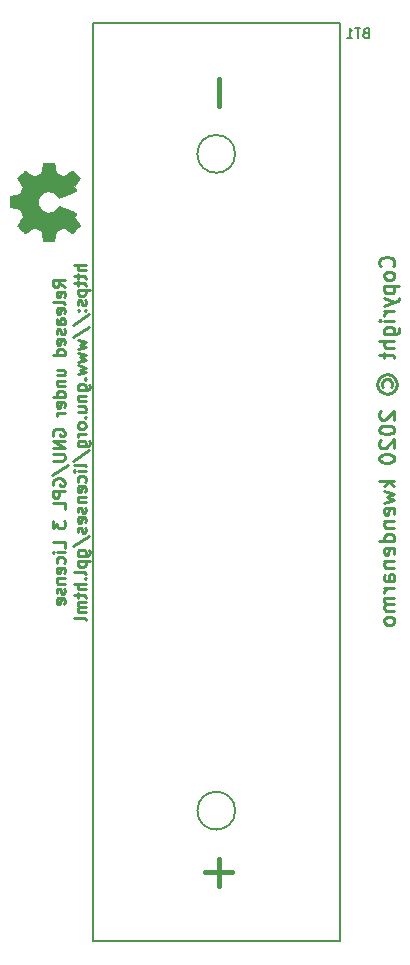
<source format=gbo>
G04 #@! TF.FileFunction,Legend,Bot*
%FSLAX46Y46*%
G04 Gerber Fmt 4.6, Leading zero omitted, Abs format (unit mm)*
G04 Created by KiCad (PCBNEW 4.0.7-e2-6376~61~ubuntu18.04.1) date Fri Jan 24 00:19:11 2020*
%MOMM*%
%LPD*%
G01*
G04 APERTURE LIST*
%ADD10C,0.100000*%
%ADD11C,0.254000*%
%ADD12C,0.150000*%
%ADD13C,0.010000*%
%ADD14C,0.152400*%
%ADD15C,0.400000*%
G04 APERTURE END LIST*
D10*
D11*
X33953571Y-21713571D02*
X34014048Y-21653095D01*
X34074524Y-21471666D01*
X34074524Y-21350714D01*
X34014048Y-21169286D01*
X33893095Y-21048333D01*
X33772143Y-20987857D01*
X33530238Y-20927381D01*
X33348810Y-20927381D01*
X33106905Y-20987857D01*
X32985952Y-21048333D01*
X32865000Y-21169286D01*
X32804524Y-21350714D01*
X32804524Y-21471666D01*
X32865000Y-21653095D01*
X32925476Y-21713571D01*
X34074524Y-22439286D02*
X34014048Y-22318333D01*
X33953571Y-22257857D01*
X33832619Y-22197381D01*
X33469762Y-22197381D01*
X33348810Y-22257857D01*
X33288333Y-22318333D01*
X33227857Y-22439286D01*
X33227857Y-22620714D01*
X33288333Y-22741666D01*
X33348810Y-22802143D01*
X33469762Y-22862619D01*
X33832619Y-22862619D01*
X33953571Y-22802143D01*
X34014048Y-22741666D01*
X34074524Y-22620714D01*
X34074524Y-22439286D01*
X33227857Y-23406905D02*
X34497857Y-23406905D01*
X33288333Y-23406905D02*
X33227857Y-23527857D01*
X33227857Y-23769762D01*
X33288333Y-23890714D01*
X33348810Y-23951191D01*
X33469762Y-24011667D01*
X33832619Y-24011667D01*
X33953571Y-23951191D01*
X34014048Y-23890714D01*
X34074524Y-23769762D01*
X34074524Y-23527857D01*
X34014048Y-23406905D01*
X33227857Y-24435001D02*
X34074524Y-24737382D01*
X33227857Y-25039762D02*
X34074524Y-24737382D01*
X34376905Y-24616429D01*
X34437381Y-24555953D01*
X34497857Y-24435001D01*
X34074524Y-25523572D02*
X33227857Y-25523572D01*
X33469762Y-25523572D02*
X33348810Y-25584048D01*
X33288333Y-25644524D01*
X33227857Y-25765477D01*
X33227857Y-25886429D01*
X34074524Y-26309762D02*
X33227857Y-26309762D01*
X32804524Y-26309762D02*
X32865000Y-26249286D01*
X32925476Y-26309762D01*
X32865000Y-26370238D01*
X32804524Y-26309762D01*
X32925476Y-26309762D01*
X33227857Y-27458810D02*
X34255952Y-27458810D01*
X34376905Y-27398333D01*
X34437381Y-27337857D01*
X34497857Y-27216905D01*
X34497857Y-27035476D01*
X34437381Y-26914524D01*
X34014048Y-27458810D02*
X34074524Y-27337857D01*
X34074524Y-27095953D01*
X34014048Y-26975000D01*
X33953571Y-26914524D01*
X33832619Y-26854048D01*
X33469762Y-26854048D01*
X33348810Y-26914524D01*
X33288333Y-26975000D01*
X33227857Y-27095953D01*
X33227857Y-27337857D01*
X33288333Y-27458810D01*
X34074524Y-28063572D02*
X32804524Y-28063572D01*
X34074524Y-28607858D02*
X33409286Y-28607858D01*
X33288333Y-28547381D01*
X33227857Y-28426429D01*
X33227857Y-28245001D01*
X33288333Y-28124048D01*
X33348810Y-28063572D01*
X33227857Y-29031191D02*
X33227857Y-29515001D01*
X32804524Y-29212620D02*
X33893095Y-29212620D01*
X34014048Y-29273096D01*
X34074524Y-29394049D01*
X34074524Y-29515001D01*
X33106905Y-31934048D02*
X33046429Y-31813096D01*
X33046429Y-31571191D01*
X33106905Y-31450239D01*
X33227857Y-31329286D01*
X33348810Y-31268810D01*
X33590714Y-31268810D01*
X33711667Y-31329286D01*
X33832619Y-31450239D01*
X33893095Y-31571191D01*
X33893095Y-31813096D01*
X33832619Y-31934048D01*
X32623095Y-31692143D02*
X32683571Y-31389762D01*
X32865000Y-31087382D01*
X33167381Y-30905953D01*
X33469762Y-30845477D01*
X33772143Y-30905953D01*
X34074524Y-31087382D01*
X34255952Y-31389762D01*
X34316429Y-31692143D01*
X34255952Y-31994524D01*
X34074524Y-32296905D01*
X33772143Y-32478334D01*
X33469762Y-32538810D01*
X33167381Y-32478334D01*
X32865000Y-32296905D01*
X32683571Y-31994524D01*
X32623095Y-31692143D01*
X32925476Y-33990239D02*
X32865000Y-34050715D01*
X32804524Y-34171667D01*
X32804524Y-34474048D01*
X32865000Y-34595001D01*
X32925476Y-34655477D01*
X33046429Y-34715953D01*
X33167381Y-34715953D01*
X33348810Y-34655477D01*
X34074524Y-33929763D01*
X34074524Y-34715953D01*
X32804524Y-35502144D02*
X32804524Y-35623096D01*
X32865000Y-35744048D01*
X32925476Y-35804525D01*
X33046429Y-35865001D01*
X33288333Y-35925477D01*
X33590714Y-35925477D01*
X33832619Y-35865001D01*
X33953571Y-35804525D01*
X34014048Y-35744048D01*
X34074524Y-35623096D01*
X34074524Y-35502144D01*
X34014048Y-35381191D01*
X33953571Y-35320715D01*
X33832619Y-35260239D01*
X33590714Y-35199763D01*
X33288333Y-35199763D01*
X33046429Y-35260239D01*
X32925476Y-35320715D01*
X32865000Y-35381191D01*
X32804524Y-35502144D01*
X32925476Y-36409287D02*
X32865000Y-36469763D01*
X32804524Y-36590715D01*
X32804524Y-36893096D01*
X32865000Y-37014049D01*
X32925476Y-37074525D01*
X33046429Y-37135001D01*
X33167381Y-37135001D01*
X33348810Y-37074525D01*
X34074524Y-36348811D01*
X34074524Y-37135001D01*
X32804524Y-37921192D02*
X32804524Y-38042144D01*
X32865000Y-38163096D01*
X32925476Y-38223573D01*
X33046429Y-38284049D01*
X33288333Y-38344525D01*
X33590714Y-38344525D01*
X33832619Y-38284049D01*
X33953571Y-38223573D01*
X34014048Y-38163096D01*
X34074524Y-38042144D01*
X34074524Y-37921192D01*
X34014048Y-37800239D01*
X33953571Y-37739763D01*
X33832619Y-37679287D01*
X33590714Y-37618811D01*
X33288333Y-37618811D01*
X33046429Y-37679287D01*
X32925476Y-37739763D01*
X32865000Y-37800239D01*
X32804524Y-37921192D01*
X34074524Y-39856430D02*
X32804524Y-39856430D01*
X33590714Y-39977382D02*
X34074524Y-40340239D01*
X33227857Y-40340239D02*
X33711667Y-39856430D01*
X33227857Y-40763573D02*
X34074524Y-41005477D01*
X33469762Y-41247382D01*
X34074524Y-41489287D01*
X33227857Y-41731192D01*
X34014048Y-42698810D02*
X34074524Y-42577858D01*
X34074524Y-42335953D01*
X34014048Y-42215001D01*
X33893095Y-42154525D01*
X33409286Y-42154525D01*
X33288333Y-42215001D01*
X33227857Y-42335953D01*
X33227857Y-42577858D01*
X33288333Y-42698810D01*
X33409286Y-42759287D01*
X33530238Y-42759287D01*
X33651190Y-42154525D01*
X33227857Y-43303572D02*
X34074524Y-43303572D01*
X33348810Y-43303572D02*
X33288333Y-43364048D01*
X33227857Y-43485001D01*
X33227857Y-43666429D01*
X33288333Y-43787381D01*
X33409286Y-43847858D01*
X34074524Y-43847858D01*
X34074524Y-44996906D02*
X32804524Y-44996906D01*
X34014048Y-44996906D02*
X34074524Y-44875953D01*
X34074524Y-44634049D01*
X34014048Y-44513096D01*
X33953571Y-44452620D01*
X33832619Y-44392144D01*
X33469762Y-44392144D01*
X33348810Y-44452620D01*
X33288333Y-44513096D01*
X33227857Y-44634049D01*
X33227857Y-44875953D01*
X33288333Y-44996906D01*
X34014048Y-46085477D02*
X34074524Y-45964525D01*
X34074524Y-45722620D01*
X34014048Y-45601668D01*
X33893095Y-45541192D01*
X33409286Y-45541192D01*
X33288333Y-45601668D01*
X33227857Y-45722620D01*
X33227857Y-45964525D01*
X33288333Y-46085477D01*
X33409286Y-46145954D01*
X33530238Y-46145954D01*
X33651190Y-45541192D01*
X33227857Y-46690239D02*
X34074524Y-46690239D01*
X33348810Y-46690239D02*
X33288333Y-46750715D01*
X33227857Y-46871668D01*
X33227857Y-47053096D01*
X33288333Y-47174048D01*
X33409286Y-47234525D01*
X34074524Y-47234525D01*
X34074524Y-48383573D02*
X33409286Y-48383573D01*
X33288333Y-48323096D01*
X33227857Y-48202144D01*
X33227857Y-47960239D01*
X33288333Y-47839287D01*
X34014048Y-48383573D02*
X34074524Y-48262620D01*
X34074524Y-47960239D01*
X34014048Y-47839287D01*
X33893095Y-47778811D01*
X33772143Y-47778811D01*
X33651190Y-47839287D01*
X33590714Y-47960239D01*
X33590714Y-48262620D01*
X33530238Y-48383573D01*
X34074524Y-48988335D02*
X33227857Y-48988335D01*
X33469762Y-48988335D02*
X33348810Y-49048811D01*
X33288333Y-49109287D01*
X33227857Y-49230240D01*
X33227857Y-49351192D01*
X34074524Y-49774525D02*
X33227857Y-49774525D01*
X33348810Y-49774525D02*
X33288333Y-49835001D01*
X33227857Y-49955954D01*
X33227857Y-50137382D01*
X33288333Y-50258334D01*
X33409286Y-50318811D01*
X34074524Y-50318811D01*
X33409286Y-50318811D02*
X33288333Y-50379287D01*
X33227857Y-50500239D01*
X33227857Y-50681668D01*
X33288333Y-50802620D01*
X33409286Y-50863096D01*
X34074524Y-50863096D01*
X34074524Y-51649287D02*
X34014048Y-51528334D01*
X33953571Y-51467858D01*
X33832619Y-51407382D01*
X33469762Y-51407382D01*
X33348810Y-51467858D01*
X33288333Y-51528334D01*
X33227857Y-51649287D01*
X33227857Y-51830715D01*
X33288333Y-51951667D01*
X33348810Y-52012144D01*
X33469762Y-52072620D01*
X33832619Y-52072620D01*
X33953571Y-52012144D01*
X34014048Y-51951667D01*
X34074524Y-51830715D01*
X34074524Y-51649287D01*
X6174619Y-23464764D02*
X5690810Y-23126098D01*
X6174619Y-22884193D02*
X5158619Y-22884193D01*
X5158619Y-23271240D01*
X5207000Y-23368002D01*
X5255381Y-23416383D01*
X5352143Y-23464764D01*
X5497286Y-23464764D01*
X5594048Y-23416383D01*
X5642429Y-23368002D01*
X5690810Y-23271240D01*
X5690810Y-22884193D01*
X6126238Y-24287240D02*
X6174619Y-24190478D01*
X6174619Y-23996955D01*
X6126238Y-23900193D01*
X6029476Y-23851812D01*
X5642429Y-23851812D01*
X5545667Y-23900193D01*
X5497286Y-23996955D01*
X5497286Y-24190478D01*
X5545667Y-24287240D01*
X5642429Y-24335621D01*
X5739190Y-24335621D01*
X5835952Y-23851812D01*
X6174619Y-24916193D02*
X6126238Y-24819431D01*
X6029476Y-24771050D01*
X5158619Y-24771050D01*
X6126238Y-25690287D02*
X6174619Y-25593525D01*
X6174619Y-25400002D01*
X6126238Y-25303240D01*
X6029476Y-25254859D01*
X5642429Y-25254859D01*
X5545667Y-25303240D01*
X5497286Y-25400002D01*
X5497286Y-25593525D01*
X5545667Y-25690287D01*
X5642429Y-25738668D01*
X5739190Y-25738668D01*
X5835952Y-25254859D01*
X6174619Y-26609525D02*
X5642429Y-26609525D01*
X5545667Y-26561144D01*
X5497286Y-26464382D01*
X5497286Y-26270859D01*
X5545667Y-26174097D01*
X6126238Y-26609525D02*
X6174619Y-26512763D01*
X6174619Y-26270859D01*
X6126238Y-26174097D01*
X6029476Y-26125716D01*
X5932714Y-26125716D01*
X5835952Y-26174097D01*
X5787571Y-26270859D01*
X5787571Y-26512763D01*
X5739190Y-26609525D01*
X6126238Y-27044954D02*
X6174619Y-27141716D01*
X6174619Y-27335240D01*
X6126238Y-27432001D01*
X6029476Y-27480382D01*
X5981095Y-27480382D01*
X5884333Y-27432001D01*
X5835952Y-27335240D01*
X5835952Y-27190097D01*
X5787571Y-27093335D01*
X5690810Y-27044954D01*
X5642429Y-27044954D01*
X5545667Y-27093335D01*
X5497286Y-27190097D01*
X5497286Y-27335240D01*
X5545667Y-27432001D01*
X6126238Y-28302858D02*
X6174619Y-28206096D01*
X6174619Y-28012573D01*
X6126238Y-27915811D01*
X6029476Y-27867430D01*
X5642429Y-27867430D01*
X5545667Y-27915811D01*
X5497286Y-28012573D01*
X5497286Y-28206096D01*
X5545667Y-28302858D01*
X5642429Y-28351239D01*
X5739190Y-28351239D01*
X5835952Y-27867430D01*
X6174619Y-29222096D02*
X5158619Y-29222096D01*
X6126238Y-29222096D02*
X6174619Y-29125334D01*
X6174619Y-28931811D01*
X6126238Y-28835049D01*
X6077857Y-28786668D01*
X5981095Y-28738287D01*
X5690810Y-28738287D01*
X5594048Y-28786668D01*
X5545667Y-28835049D01*
X5497286Y-28931811D01*
X5497286Y-29125334D01*
X5545667Y-29222096D01*
X5497286Y-30915429D02*
X6174619Y-30915429D01*
X5497286Y-30480001D02*
X6029476Y-30480001D01*
X6126238Y-30528382D01*
X6174619Y-30625144D01*
X6174619Y-30770286D01*
X6126238Y-30867048D01*
X6077857Y-30915429D01*
X5497286Y-31399239D02*
X6174619Y-31399239D01*
X5594048Y-31399239D02*
X5545667Y-31447620D01*
X5497286Y-31544382D01*
X5497286Y-31689524D01*
X5545667Y-31786286D01*
X5642429Y-31834667D01*
X6174619Y-31834667D01*
X6174619Y-32753905D02*
X5158619Y-32753905D01*
X6126238Y-32753905D02*
X6174619Y-32657143D01*
X6174619Y-32463620D01*
X6126238Y-32366858D01*
X6077857Y-32318477D01*
X5981095Y-32270096D01*
X5690810Y-32270096D01*
X5594048Y-32318477D01*
X5545667Y-32366858D01*
X5497286Y-32463620D01*
X5497286Y-32657143D01*
X5545667Y-32753905D01*
X6126238Y-33624762D02*
X6174619Y-33528000D01*
X6174619Y-33334477D01*
X6126238Y-33237715D01*
X6029476Y-33189334D01*
X5642429Y-33189334D01*
X5545667Y-33237715D01*
X5497286Y-33334477D01*
X5497286Y-33528000D01*
X5545667Y-33624762D01*
X5642429Y-33673143D01*
X5739190Y-33673143D01*
X5835952Y-33189334D01*
X6174619Y-34108572D02*
X5497286Y-34108572D01*
X5690810Y-34108572D02*
X5594048Y-34156953D01*
X5545667Y-34205334D01*
X5497286Y-34302096D01*
X5497286Y-34398857D01*
X5207000Y-36043809D02*
X5158619Y-35947047D01*
X5158619Y-35801904D01*
X5207000Y-35656762D01*
X5303762Y-35560000D01*
X5400524Y-35511619D01*
X5594048Y-35463238D01*
X5739190Y-35463238D01*
X5932714Y-35511619D01*
X6029476Y-35560000D01*
X6126238Y-35656762D01*
X6174619Y-35801904D01*
X6174619Y-35898666D01*
X6126238Y-36043809D01*
X6077857Y-36092190D01*
X5739190Y-36092190D01*
X5739190Y-35898666D01*
X6174619Y-36527619D02*
X5158619Y-36527619D01*
X6174619Y-37108190D01*
X5158619Y-37108190D01*
X5158619Y-37592000D02*
X5981095Y-37592000D01*
X6077857Y-37640381D01*
X6126238Y-37688762D01*
X6174619Y-37785524D01*
X6174619Y-37979047D01*
X6126238Y-38075809D01*
X6077857Y-38124190D01*
X5981095Y-38172571D01*
X5158619Y-38172571D01*
X5110238Y-39382095D02*
X6416524Y-38511238D01*
X5207000Y-40252952D02*
X5158619Y-40156190D01*
X5158619Y-40011047D01*
X5207000Y-39865905D01*
X5303762Y-39769143D01*
X5400524Y-39720762D01*
X5594048Y-39672381D01*
X5739190Y-39672381D01*
X5932714Y-39720762D01*
X6029476Y-39769143D01*
X6126238Y-39865905D01*
X6174619Y-40011047D01*
X6174619Y-40107809D01*
X6126238Y-40252952D01*
X6077857Y-40301333D01*
X5739190Y-40301333D01*
X5739190Y-40107809D01*
X6174619Y-40736762D02*
X5158619Y-40736762D01*
X5158619Y-41123809D01*
X5207000Y-41220571D01*
X5255381Y-41268952D01*
X5352143Y-41317333D01*
X5497286Y-41317333D01*
X5594048Y-41268952D01*
X5642429Y-41220571D01*
X5690810Y-41123809D01*
X5690810Y-40736762D01*
X6174619Y-42236571D02*
X6174619Y-41752762D01*
X5158619Y-41752762D01*
X5158619Y-43252571D02*
X5158619Y-43881523D01*
X5545667Y-43542857D01*
X5545667Y-43687999D01*
X5594048Y-43784761D01*
X5642429Y-43833142D01*
X5739190Y-43881523D01*
X5981095Y-43881523D01*
X6077857Y-43833142D01*
X6126238Y-43784761D01*
X6174619Y-43687999D01*
X6174619Y-43397714D01*
X6126238Y-43300952D01*
X6077857Y-43252571D01*
X6174619Y-45574856D02*
X6174619Y-45091047D01*
X5158619Y-45091047D01*
X6174619Y-45913523D02*
X5497286Y-45913523D01*
X5158619Y-45913523D02*
X5207000Y-45865142D01*
X5255381Y-45913523D01*
X5207000Y-45961904D01*
X5158619Y-45913523D01*
X5255381Y-45913523D01*
X6126238Y-46832761D02*
X6174619Y-46735999D01*
X6174619Y-46542476D01*
X6126238Y-46445714D01*
X6077857Y-46397333D01*
X5981095Y-46348952D01*
X5690810Y-46348952D01*
X5594048Y-46397333D01*
X5545667Y-46445714D01*
X5497286Y-46542476D01*
X5497286Y-46735999D01*
X5545667Y-46832761D01*
X6126238Y-47655237D02*
X6174619Y-47558475D01*
X6174619Y-47364952D01*
X6126238Y-47268190D01*
X6029476Y-47219809D01*
X5642429Y-47219809D01*
X5545667Y-47268190D01*
X5497286Y-47364952D01*
X5497286Y-47558475D01*
X5545667Y-47655237D01*
X5642429Y-47703618D01*
X5739190Y-47703618D01*
X5835952Y-47219809D01*
X5497286Y-48139047D02*
X6174619Y-48139047D01*
X5594048Y-48139047D02*
X5545667Y-48187428D01*
X5497286Y-48284190D01*
X5497286Y-48429332D01*
X5545667Y-48526094D01*
X5642429Y-48574475D01*
X6174619Y-48574475D01*
X6126238Y-49009904D02*
X6174619Y-49106666D01*
X6174619Y-49300190D01*
X6126238Y-49396951D01*
X6029476Y-49445332D01*
X5981095Y-49445332D01*
X5884333Y-49396951D01*
X5835952Y-49300190D01*
X5835952Y-49155047D01*
X5787571Y-49058285D01*
X5690810Y-49009904D01*
X5642429Y-49009904D01*
X5545667Y-49058285D01*
X5497286Y-49155047D01*
X5497286Y-49300190D01*
X5545667Y-49396951D01*
X6126238Y-50267808D02*
X6174619Y-50171046D01*
X6174619Y-49977523D01*
X6126238Y-49880761D01*
X6029476Y-49832380D01*
X5642429Y-49832380D01*
X5545667Y-49880761D01*
X5497286Y-49977523D01*
X5497286Y-50171046D01*
X5545667Y-50267808D01*
X5642429Y-50316189D01*
X5739190Y-50316189D01*
X5835952Y-49832380D01*
X7952619Y-21626287D02*
X6936619Y-21626287D01*
X7952619Y-22061715D02*
X7420429Y-22061715D01*
X7323667Y-22013334D01*
X7275286Y-21916572D01*
X7275286Y-21771430D01*
X7323667Y-21674668D01*
X7372048Y-21626287D01*
X7275286Y-22400382D02*
X7275286Y-22787430D01*
X6936619Y-22545525D02*
X7807476Y-22545525D01*
X7904238Y-22593906D01*
X7952619Y-22690668D01*
X7952619Y-22787430D01*
X7275286Y-22980953D02*
X7275286Y-23368001D01*
X6936619Y-23126096D02*
X7807476Y-23126096D01*
X7904238Y-23174477D01*
X7952619Y-23271239D01*
X7952619Y-23368001D01*
X7275286Y-23706667D02*
X8291286Y-23706667D01*
X7323667Y-23706667D02*
X7275286Y-23803429D01*
X7275286Y-23996952D01*
X7323667Y-24093714D01*
X7372048Y-24142095D01*
X7468810Y-24190476D01*
X7759095Y-24190476D01*
X7855857Y-24142095D01*
X7904238Y-24093714D01*
X7952619Y-23996952D01*
X7952619Y-23803429D01*
X7904238Y-23706667D01*
X7904238Y-24577524D02*
X7952619Y-24674286D01*
X7952619Y-24867810D01*
X7904238Y-24964571D01*
X7807476Y-25012952D01*
X7759095Y-25012952D01*
X7662333Y-24964571D01*
X7613952Y-24867810D01*
X7613952Y-24722667D01*
X7565571Y-24625905D01*
X7468810Y-24577524D01*
X7420429Y-24577524D01*
X7323667Y-24625905D01*
X7275286Y-24722667D01*
X7275286Y-24867810D01*
X7323667Y-24964571D01*
X7855857Y-25448381D02*
X7904238Y-25496762D01*
X7952619Y-25448381D01*
X7904238Y-25400000D01*
X7855857Y-25448381D01*
X7952619Y-25448381D01*
X7323667Y-25448381D02*
X7372048Y-25496762D01*
X7420429Y-25448381D01*
X7372048Y-25400000D01*
X7323667Y-25448381D01*
X7420429Y-25448381D01*
X6888238Y-26657905D02*
X8194524Y-25787048D01*
X6888238Y-27722286D02*
X8194524Y-26851429D01*
X7275286Y-27964191D02*
X7952619Y-28157715D01*
X7468810Y-28351238D01*
X7952619Y-28544762D01*
X7275286Y-28738286D01*
X7275286Y-29028572D02*
X7952619Y-29222096D01*
X7468810Y-29415619D01*
X7952619Y-29609143D01*
X7275286Y-29802667D01*
X7275286Y-30092953D02*
X7952619Y-30286477D01*
X7468810Y-30480000D01*
X7952619Y-30673524D01*
X7275286Y-30867048D01*
X7855857Y-31254096D02*
X7904238Y-31302477D01*
X7952619Y-31254096D01*
X7904238Y-31205715D01*
X7855857Y-31254096D01*
X7952619Y-31254096D01*
X7275286Y-32173334D02*
X8097762Y-32173334D01*
X8194524Y-32124953D01*
X8242905Y-32076572D01*
X8291286Y-31979811D01*
X8291286Y-31834668D01*
X8242905Y-31737906D01*
X7904238Y-32173334D02*
X7952619Y-32076572D01*
X7952619Y-31883049D01*
X7904238Y-31786287D01*
X7855857Y-31737906D01*
X7759095Y-31689525D01*
X7468810Y-31689525D01*
X7372048Y-31737906D01*
X7323667Y-31786287D01*
X7275286Y-31883049D01*
X7275286Y-32076572D01*
X7323667Y-32173334D01*
X7275286Y-32657144D02*
X7952619Y-32657144D01*
X7372048Y-32657144D02*
X7323667Y-32705525D01*
X7275286Y-32802287D01*
X7275286Y-32947429D01*
X7323667Y-33044191D01*
X7420429Y-33092572D01*
X7952619Y-33092572D01*
X7275286Y-34011810D02*
X7952619Y-34011810D01*
X7275286Y-33576382D02*
X7807476Y-33576382D01*
X7904238Y-33624763D01*
X7952619Y-33721525D01*
X7952619Y-33866667D01*
X7904238Y-33963429D01*
X7855857Y-34011810D01*
X7855857Y-34495620D02*
X7904238Y-34544001D01*
X7952619Y-34495620D01*
X7904238Y-34447239D01*
X7855857Y-34495620D01*
X7952619Y-34495620D01*
X7952619Y-35124573D02*
X7904238Y-35027811D01*
X7855857Y-34979430D01*
X7759095Y-34931049D01*
X7468810Y-34931049D01*
X7372048Y-34979430D01*
X7323667Y-35027811D01*
X7275286Y-35124573D01*
X7275286Y-35269715D01*
X7323667Y-35366477D01*
X7372048Y-35414858D01*
X7468810Y-35463239D01*
X7759095Y-35463239D01*
X7855857Y-35414858D01*
X7904238Y-35366477D01*
X7952619Y-35269715D01*
X7952619Y-35124573D01*
X7952619Y-35898668D02*
X7275286Y-35898668D01*
X7468810Y-35898668D02*
X7372048Y-35947049D01*
X7323667Y-35995430D01*
X7275286Y-36092192D01*
X7275286Y-36188953D01*
X7275286Y-36963048D02*
X8097762Y-36963048D01*
X8194524Y-36914667D01*
X8242905Y-36866286D01*
X8291286Y-36769525D01*
X8291286Y-36624382D01*
X8242905Y-36527620D01*
X7904238Y-36963048D02*
X7952619Y-36866286D01*
X7952619Y-36672763D01*
X7904238Y-36576001D01*
X7855857Y-36527620D01*
X7759095Y-36479239D01*
X7468810Y-36479239D01*
X7372048Y-36527620D01*
X7323667Y-36576001D01*
X7275286Y-36672763D01*
X7275286Y-36866286D01*
X7323667Y-36963048D01*
X6888238Y-38172572D02*
X8194524Y-37301715D01*
X7952619Y-38656382D02*
X7904238Y-38559620D01*
X7807476Y-38511239D01*
X6936619Y-38511239D01*
X7952619Y-39043429D02*
X7275286Y-39043429D01*
X6936619Y-39043429D02*
X6985000Y-38995048D01*
X7033381Y-39043429D01*
X6985000Y-39091810D01*
X6936619Y-39043429D01*
X7033381Y-39043429D01*
X7904238Y-39962667D02*
X7952619Y-39865905D01*
X7952619Y-39672382D01*
X7904238Y-39575620D01*
X7855857Y-39527239D01*
X7759095Y-39478858D01*
X7468810Y-39478858D01*
X7372048Y-39527239D01*
X7323667Y-39575620D01*
X7275286Y-39672382D01*
X7275286Y-39865905D01*
X7323667Y-39962667D01*
X7904238Y-40785143D02*
X7952619Y-40688381D01*
X7952619Y-40494858D01*
X7904238Y-40398096D01*
X7807476Y-40349715D01*
X7420429Y-40349715D01*
X7323667Y-40398096D01*
X7275286Y-40494858D01*
X7275286Y-40688381D01*
X7323667Y-40785143D01*
X7420429Y-40833524D01*
X7517190Y-40833524D01*
X7613952Y-40349715D01*
X7275286Y-41268953D02*
X7952619Y-41268953D01*
X7372048Y-41268953D02*
X7323667Y-41317334D01*
X7275286Y-41414096D01*
X7275286Y-41559238D01*
X7323667Y-41656000D01*
X7420429Y-41704381D01*
X7952619Y-41704381D01*
X7904238Y-42139810D02*
X7952619Y-42236572D01*
X7952619Y-42430096D01*
X7904238Y-42526857D01*
X7807476Y-42575238D01*
X7759095Y-42575238D01*
X7662333Y-42526857D01*
X7613952Y-42430096D01*
X7613952Y-42284953D01*
X7565571Y-42188191D01*
X7468810Y-42139810D01*
X7420429Y-42139810D01*
X7323667Y-42188191D01*
X7275286Y-42284953D01*
X7275286Y-42430096D01*
X7323667Y-42526857D01*
X7904238Y-43397714D02*
X7952619Y-43300952D01*
X7952619Y-43107429D01*
X7904238Y-43010667D01*
X7807476Y-42962286D01*
X7420429Y-42962286D01*
X7323667Y-43010667D01*
X7275286Y-43107429D01*
X7275286Y-43300952D01*
X7323667Y-43397714D01*
X7420429Y-43446095D01*
X7517190Y-43446095D01*
X7613952Y-42962286D01*
X7904238Y-43833143D02*
X7952619Y-43929905D01*
X7952619Y-44123429D01*
X7904238Y-44220190D01*
X7807476Y-44268571D01*
X7759095Y-44268571D01*
X7662333Y-44220190D01*
X7613952Y-44123429D01*
X7613952Y-43978286D01*
X7565571Y-43881524D01*
X7468810Y-43833143D01*
X7420429Y-43833143D01*
X7323667Y-43881524D01*
X7275286Y-43978286D01*
X7275286Y-44123429D01*
X7323667Y-44220190D01*
X6888238Y-45429714D02*
X8194524Y-44558857D01*
X7275286Y-46203809D02*
X8097762Y-46203809D01*
X8194524Y-46155428D01*
X8242905Y-46107047D01*
X8291286Y-46010286D01*
X8291286Y-45865143D01*
X8242905Y-45768381D01*
X7904238Y-46203809D02*
X7952619Y-46107047D01*
X7952619Y-45913524D01*
X7904238Y-45816762D01*
X7855857Y-45768381D01*
X7759095Y-45720000D01*
X7468810Y-45720000D01*
X7372048Y-45768381D01*
X7323667Y-45816762D01*
X7275286Y-45913524D01*
X7275286Y-46107047D01*
X7323667Y-46203809D01*
X7275286Y-46687619D02*
X8291286Y-46687619D01*
X7323667Y-46687619D02*
X7275286Y-46784381D01*
X7275286Y-46977904D01*
X7323667Y-47074666D01*
X7372048Y-47123047D01*
X7468810Y-47171428D01*
X7759095Y-47171428D01*
X7855857Y-47123047D01*
X7904238Y-47074666D01*
X7952619Y-46977904D01*
X7952619Y-46784381D01*
X7904238Y-46687619D01*
X7952619Y-47752000D02*
X7904238Y-47655238D01*
X7807476Y-47606857D01*
X6936619Y-47606857D01*
X7855857Y-48139047D02*
X7904238Y-48187428D01*
X7952619Y-48139047D01*
X7904238Y-48090666D01*
X7855857Y-48139047D01*
X7952619Y-48139047D01*
X7952619Y-48622857D02*
X6936619Y-48622857D01*
X7952619Y-49058285D02*
X7420429Y-49058285D01*
X7323667Y-49009904D01*
X7275286Y-48913142D01*
X7275286Y-48768000D01*
X7323667Y-48671238D01*
X7372048Y-48622857D01*
X7275286Y-49396952D02*
X7275286Y-49784000D01*
X6936619Y-49542095D02*
X7807476Y-49542095D01*
X7904238Y-49590476D01*
X7952619Y-49687238D01*
X7952619Y-49784000D01*
X7952619Y-50122666D02*
X7275286Y-50122666D01*
X7372048Y-50122666D02*
X7323667Y-50171047D01*
X7275286Y-50267809D01*
X7275286Y-50412951D01*
X7323667Y-50509713D01*
X7420429Y-50558094D01*
X7952619Y-50558094D01*
X7420429Y-50558094D02*
X7323667Y-50606475D01*
X7275286Y-50703237D01*
X7275286Y-50848380D01*
X7323667Y-50945142D01*
X7420429Y-50993523D01*
X7952619Y-50993523D01*
X7952619Y-51622476D02*
X7904238Y-51525714D01*
X7807476Y-51477333D01*
X6936619Y-51477333D01*
D12*
X20600000Y-67805000D02*
G75*
G03X20600000Y-67805000I-1600000J0D01*
G01*
X8550000Y-1150000D02*
X8550000Y-78850000D01*
X29450000Y-78850000D02*
X8550000Y-78850000D01*
X29450000Y-1150000D02*
X29450000Y-78850000D01*
X29450000Y-1150000D02*
X8550000Y-1150000D01*
X20600000Y-12195000D02*
G75*
G03X20600000Y-12195000I-1600000J0D01*
G01*
D13*
G36*
X1968931Y-16811814D02*
X2413555Y-16895635D01*
X2541053Y-17204920D01*
X2668551Y-17514206D01*
X2416246Y-17885246D01*
X2345996Y-17989157D01*
X2283272Y-18083087D01*
X2230938Y-18162652D01*
X2191857Y-18223470D01*
X2168893Y-18261157D01*
X2163942Y-18271421D01*
X2176676Y-18289910D01*
X2211882Y-18329420D01*
X2265062Y-18385522D01*
X2331718Y-18453787D01*
X2407354Y-18529786D01*
X2487472Y-18609092D01*
X2567574Y-18687275D01*
X2643164Y-18759907D01*
X2709745Y-18822559D01*
X2762818Y-18870803D01*
X2797887Y-18900210D01*
X2809623Y-18907241D01*
X2831260Y-18897123D01*
X2878662Y-18868759D01*
X2947193Y-18825129D01*
X3032215Y-18769218D01*
X3129093Y-18704006D01*
X3184350Y-18666219D01*
X3285248Y-18597343D01*
X3376299Y-18536140D01*
X3452970Y-18485578D01*
X3510728Y-18448628D01*
X3545043Y-18428258D01*
X3552254Y-18425197D01*
X3572748Y-18432136D01*
X3620513Y-18451051D01*
X3688832Y-18479087D01*
X3770989Y-18513391D01*
X3860270Y-18551109D01*
X3949958Y-18589387D01*
X4033338Y-18625370D01*
X4103694Y-18656206D01*
X4154310Y-18679039D01*
X4178471Y-18691017D01*
X4179422Y-18691724D01*
X4184036Y-18710531D01*
X4194328Y-18760618D01*
X4209287Y-18836793D01*
X4227901Y-18933865D01*
X4249159Y-19046643D01*
X4261418Y-19112442D01*
X4284362Y-19232950D01*
X4306195Y-19341797D01*
X4325722Y-19433476D01*
X4341748Y-19502481D01*
X4353079Y-19543304D01*
X4356674Y-19551511D01*
X4381006Y-19559548D01*
X4435959Y-19566033D01*
X4515108Y-19570970D01*
X4612026Y-19574364D01*
X4720287Y-19576218D01*
X4833465Y-19576538D01*
X4945135Y-19575327D01*
X5048868Y-19572590D01*
X5138241Y-19568331D01*
X5206826Y-19562555D01*
X5248197Y-19555267D01*
X5256810Y-19550895D01*
X5267133Y-19524764D01*
X5281892Y-19469393D01*
X5299352Y-19392107D01*
X5317780Y-19300230D01*
X5323741Y-19268158D01*
X5352066Y-19113524D01*
X5374876Y-18991375D01*
X5393080Y-18897673D01*
X5407583Y-18828384D01*
X5419292Y-18779471D01*
X5429115Y-18746897D01*
X5437956Y-18726628D01*
X5446724Y-18714626D01*
X5448457Y-18712947D01*
X5476371Y-18696184D01*
X5530695Y-18670614D01*
X5604777Y-18638788D01*
X5691965Y-18603260D01*
X5785608Y-18566583D01*
X5879052Y-18531311D01*
X5965647Y-18499996D01*
X6038740Y-18475193D01*
X6091678Y-18459454D01*
X6117811Y-18455332D01*
X6118726Y-18455676D01*
X6140086Y-18469641D01*
X6187084Y-18501322D01*
X6254827Y-18547391D01*
X6338423Y-18604518D01*
X6432982Y-18669373D01*
X6459854Y-18687843D01*
X6557275Y-18753699D01*
X6646163Y-18811650D01*
X6721412Y-18858538D01*
X6777920Y-18891207D01*
X6810581Y-18906500D01*
X6814593Y-18907241D01*
X6835684Y-18894392D01*
X6877464Y-18858888D01*
X6935445Y-18805293D01*
X7005135Y-18738171D01*
X7082045Y-18662087D01*
X7161683Y-18581604D01*
X7239561Y-18501287D01*
X7311186Y-18425699D01*
X7372070Y-18359405D01*
X7417721Y-18306969D01*
X7443650Y-18272955D01*
X7447883Y-18263545D01*
X7437912Y-18241643D01*
X7411020Y-18196800D01*
X7371736Y-18136321D01*
X7340117Y-18089789D01*
X7282098Y-18005475D01*
X7213784Y-17905626D01*
X7145579Y-17805473D01*
X7109075Y-17751627D01*
X6985800Y-17569371D01*
X7068520Y-17416381D01*
X7104759Y-17346682D01*
X7132926Y-17287414D01*
X7148991Y-17247311D01*
X7151226Y-17237103D01*
X7134722Y-17224829D01*
X7088082Y-17200613D01*
X7015609Y-17166263D01*
X6921606Y-17123588D01*
X6810374Y-17074394D01*
X6686215Y-17020490D01*
X6553432Y-16963684D01*
X6416327Y-16905782D01*
X6279202Y-16848593D01*
X6146358Y-16793924D01*
X6022098Y-16743584D01*
X5910725Y-16699380D01*
X5816539Y-16663119D01*
X5743844Y-16636609D01*
X5696941Y-16621658D01*
X5680833Y-16619254D01*
X5660286Y-16638311D01*
X5626933Y-16680036D01*
X5587702Y-16735706D01*
X5584599Y-16740378D01*
X5469423Y-16884264D01*
X5335053Y-17000283D01*
X5185784Y-17087430D01*
X5025913Y-17144699D01*
X4859737Y-17171086D01*
X4691552Y-17165585D01*
X4525655Y-17127190D01*
X4366342Y-17054895D01*
X4331487Y-17033626D01*
X4190737Y-16922996D01*
X4077714Y-16792302D01*
X3993003Y-16646064D01*
X3937194Y-16488808D01*
X3910874Y-16325057D01*
X3914630Y-16159333D01*
X3949050Y-15996162D01*
X4014723Y-15840065D01*
X4112235Y-15695567D01*
X4151813Y-15650869D01*
X4275703Y-15537112D01*
X4406124Y-15454218D01*
X4552315Y-15397356D01*
X4697088Y-15365687D01*
X4859860Y-15357869D01*
X5023440Y-15383938D01*
X5182298Y-15441245D01*
X5330906Y-15527144D01*
X5463735Y-15638986D01*
X5575256Y-15774123D01*
X5587011Y-15791883D01*
X5625508Y-15848150D01*
X5658863Y-15890923D01*
X5680160Y-15911372D01*
X5680833Y-15911669D01*
X5703871Y-15907279D01*
X5756157Y-15889876D01*
X5833390Y-15861268D01*
X5931268Y-15823265D01*
X6045491Y-15777674D01*
X6171758Y-15726303D01*
X6305767Y-15670962D01*
X6443218Y-15613458D01*
X6579808Y-15555601D01*
X6711237Y-15499198D01*
X6833205Y-15446058D01*
X6941409Y-15397990D01*
X7031549Y-15356801D01*
X7099323Y-15324301D01*
X7140430Y-15302297D01*
X7151226Y-15293436D01*
X7142819Y-15266360D01*
X7120272Y-15215697D01*
X7087613Y-15150183D01*
X7068520Y-15114159D01*
X6985800Y-14961168D01*
X7109075Y-14778912D01*
X7172228Y-14685875D01*
X7241727Y-14584015D01*
X7307165Y-14488562D01*
X7340117Y-14440750D01*
X7385273Y-14373505D01*
X7421057Y-14316564D01*
X7442938Y-14277354D01*
X7447563Y-14264619D01*
X7435085Y-14246083D01*
X7400252Y-14205059D01*
X7346678Y-14145525D01*
X7277983Y-14071458D01*
X7197781Y-13986835D01*
X7146286Y-13933315D01*
X7054286Y-13839681D01*
X6971999Y-13758759D01*
X6902945Y-13693823D01*
X6850644Y-13648142D01*
X6818616Y-13624989D01*
X6812116Y-13622768D01*
X6787394Y-13633076D01*
X6737405Y-13661561D01*
X6667212Y-13705063D01*
X6581875Y-13760423D01*
X6486456Y-13824480D01*
X6459854Y-13842697D01*
X6363167Y-13909073D01*
X6276117Y-13968622D01*
X6203595Y-14018016D01*
X6150493Y-14053925D01*
X6121703Y-14073019D01*
X6118726Y-14074864D01*
X6095782Y-14072105D01*
X6045336Y-14057462D01*
X5974041Y-14033487D01*
X5888547Y-14002734D01*
X5795507Y-13967756D01*
X5701574Y-13931107D01*
X5613399Y-13895339D01*
X5537634Y-13863006D01*
X5480931Y-13836662D01*
X5449943Y-13818858D01*
X5448457Y-13817593D01*
X5439601Y-13806706D01*
X5430843Y-13788318D01*
X5421277Y-13758394D01*
X5409996Y-13712897D01*
X5396093Y-13647791D01*
X5378663Y-13559039D01*
X5356798Y-13442607D01*
X5329591Y-13294458D01*
X5323741Y-13262382D01*
X5305374Y-13167314D01*
X5287405Y-13084435D01*
X5271569Y-13021070D01*
X5259600Y-12984542D01*
X5256810Y-12979644D01*
X5232072Y-12971573D01*
X5176790Y-12965013D01*
X5097389Y-12959967D01*
X5000296Y-12956441D01*
X4891938Y-12954439D01*
X4778740Y-12953964D01*
X4667128Y-12955023D01*
X4563529Y-12957618D01*
X4474368Y-12961754D01*
X4406072Y-12967437D01*
X4365066Y-12974669D01*
X4356674Y-12979029D01*
X4348208Y-13003302D01*
X4334435Y-13058574D01*
X4316550Y-13139338D01*
X4295748Y-13240088D01*
X4273223Y-13355317D01*
X4261418Y-13418098D01*
X4239151Y-13537213D01*
X4218979Y-13643435D01*
X4201915Y-13731573D01*
X4188969Y-13796434D01*
X4181155Y-13832826D01*
X4179422Y-13838816D01*
X4159890Y-13848939D01*
X4112843Y-13870338D01*
X4045003Y-13900161D01*
X3963091Y-13935555D01*
X3873828Y-13973668D01*
X3783935Y-14011647D01*
X3700135Y-14046640D01*
X3629147Y-14075794D01*
X3577694Y-14096257D01*
X3552497Y-14105177D01*
X3551396Y-14105343D01*
X3531519Y-14095231D01*
X3485777Y-14066883D01*
X3418717Y-14023277D01*
X3334884Y-13967394D01*
X3238826Y-13902213D01*
X3183650Y-13864321D01*
X3082481Y-13795275D01*
X2990630Y-13733950D01*
X2912744Y-13683337D01*
X2853469Y-13646429D01*
X2817451Y-13626218D01*
X2809377Y-13623299D01*
X2790584Y-13635847D01*
X2750457Y-13670537D01*
X2693493Y-13722937D01*
X2624185Y-13788616D01*
X2547031Y-13863144D01*
X2466525Y-13942087D01*
X2387163Y-14021017D01*
X2313440Y-14095500D01*
X2249852Y-14161106D01*
X2200894Y-14213404D01*
X2171061Y-14247961D01*
X2163942Y-14259522D01*
X2173953Y-14278346D01*
X2202078Y-14323369D01*
X2245454Y-14390213D01*
X2301218Y-14474501D01*
X2366506Y-14571856D01*
X2416246Y-14645293D01*
X2668551Y-15016333D01*
X2413555Y-15634905D01*
X1968931Y-15718725D01*
X1524307Y-15802546D01*
X1524307Y-16727994D01*
X1968931Y-16811814D01*
X1968931Y-16811814D01*
G37*
X1968931Y-16811814D02*
X2413555Y-16895635D01*
X2541053Y-17204920D01*
X2668551Y-17514206D01*
X2416246Y-17885246D01*
X2345996Y-17989157D01*
X2283272Y-18083087D01*
X2230938Y-18162652D01*
X2191857Y-18223470D01*
X2168893Y-18261157D01*
X2163942Y-18271421D01*
X2176676Y-18289910D01*
X2211882Y-18329420D01*
X2265062Y-18385522D01*
X2331718Y-18453787D01*
X2407354Y-18529786D01*
X2487472Y-18609092D01*
X2567574Y-18687275D01*
X2643164Y-18759907D01*
X2709745Y-18822559D01*
X2762818Y-18870803D01*
X2797887Y-18900210D01*
X2809623Y-18907241D01*
X2831260Y-18897123D01*
X2878662Y-18868759D01*
X2947193Y-18825129D01*
X3032215Y-18769218D01*
X3129093Y-18704006D01*
X3184350Y-18666219D01*
X3285248Y-18597343D01*
X3376299Y-18536140D01*
X3452970Y-18485578D01*
X3510728Y-18448628D01*
X3545043Y-18428258D01*
X3552254Y-18425197D01*
X3572748Y-18432136D01*
X3620513Y-18451051D01*
X3688832Y-18479087D01*
X3770989Y-18513391D01*
X3860270Y-18551109D01*
X3949958Y-18589387D01*
X4033338Y-18625370D01*
X4103694Y-18656206D01*
X4154310Y-18679039D01*
X4178471Y-18691017D01*
X4179422Y-18691724D01*
X4184036Y-18710531D01*
X4194328Y-18760618D01*
X4209287Y-18836793D01*
X4227901Y-18933865D01*
X4249159Y-19046643D01*
X4261418Y-19112442D01*
X4284362Y-19232950D01*
X4306195Y-19341797D01*
X4325722Y-19433476D01*
X4341748Y-19502481D01*
X4353079Y-19543304D01*
X4356674Y-19551511D01*
X4381006Y-19559548D01*
X4435959Y-19566033D01*
X4515108Y-19570970D01*
X4612026Y-19574364D01*
X4720287Y-19576218D01*
X4833465Y-19576538D01*
X4945135Y-19575327D01*
X5048868Y-19572590D01*
X5138241Y-19568331D01*
X5206826Y-19562555D01*
X5248197Y-19555267D01*
X5256810Y-19550895D01*
X5267133Y-19524764D01*
X5281892Y-19469393D01*
X5299352Y-19392107D01*
X5317780Y-19300230D01*
X5323741Y-19268158D01*
X5352066Y-19113524D01*
X5374876Y-18991375D01*
X5393080Y-18897673D01*
X5407583Y-18828384D01*
X5419292Y-18779471D01*
X5429115Y-18746897D01*
X5437956Y-18726628D01*
X5446724Y-18714626D01*
X5448457Y-18712947D01*
X5476371Y-18696184D01*
X5530695Y-18670614D01*
X5604777Y-18638788D01*
X5691965Y-18603260D01*
X5785608Y-18566583D01*
X5879052Y-18531311D01*
X5965647Y-18499996D01*
X6038740Y-18475193D01*
X6091678Y-18459454D01*
X6117811Y-18455332D01*
X6118726Y-18455676D01*
X6140086Y-18469641D01*
X6187084Y-18501322D01*
X6254827Y-18547391D01*
X6338423Y-18604518D01*
X6432982Y-18669373D01*
X6459854Y-18687843D01*
X6557275Y-18753699D01*
X6646163Y-18811650D01*
X6721412Y-18858538D01*
X6777920Y-18891207D01*
X6810581Y-18906500D01*
X6814593Y-18907241D01*
X6835684Y-18894392D01*
X6877464Y-18858888D01*
X6935445Y-18805293D01*
X7005135Y-18738171D01*
X7082045Y-18662087D01*
X7161683Y-18581604D01*
X7239561Y-18501287D01*
X7311186Y-18425699D01*
X7372070Y-18359405D01*
X7417721Y-18306969D01*
X7443650Y-18272955D01*
X7447883Y-18263545D01*
X7437912Y-18241643D01*
X7411020Y-18196800D01*
X7371736Y-18136321D01*
X7340117Y-18089789D01*
X7282098Y-18005475D01*
X7213784Y-17905626D01*
X7145579Y-17805473D01*
X7109075Y-17751627D01*
X6985800Y-17569371D01*
X7068520Y-17416381D01*
X7104759Y-17346682D01*
X7132926Y-17287414D01*
X7148991Y-17247311D01*
X7151226Y-17237103D01*
X7134722Y-17224829D01*
X7088082Y-17200613D01*
X7015609Y-17166263D01*
X6921606Y-17123588D01*
X6810374Y-17074394D01*
X6686215Y-17020490D01*
X6553432Y-16963684D01*
X6416327Y-16905782D01*
X6279202Y-16848593D01*
X6146358Y-16793924D01*
X6022098Y-16743584D01*
X5910725Y-16699380D01*
X5816539Y-16663119D01*
X5743844Y-16636609D01*
X5696941Y-16621658D01*
X5680833Y-16619254D01*
X5660286Y-16638311D01*
X5626933Y-16680036D01*
X5587702Y-16735706D01*
X5584599Y-16740378D01*
X5469423Y-16884264D01*
X5335053Y-17000283D01*
X5185784Y-17087430D01*
X5025913Y-17144699D01*
X4859737Y-17171086D01*
X4691552Y-17165585D01*
X4525655Y-17127190D01*
X4366342Y-17054895D01*
X4331487Y-17033626D01*
X4190737Y-16922996D01*
X4077714Y-16792302D01*
X3993003Y-16646064D01*
X3937194Y-16488808D01*
X3910874Y-16325057D01*
X3914630Y-16159333D01*
X3949050Y-15996162D01*
X4014723Y-15840065D01*
X4112235Y-15695567D01*
X4151813Y-15650869D01*
X4275703Y-15537112D01*
X4406124Y-15454218D01*
X4552315Y-15397356D01*
X4697088Y-15365687D01*
X4859860Y-15357869D01*
X5023440Y-15383938D01*
X5182298Y-15441245D01*
X5330906Y-15527144D01*
X5463735Y-15638986D01*
X5575256Y-15774123D01*
X5587011Y-15791883D01*
X5625508Y-15848150D01*
X5658863Y-15890923D01*
X5680160Y-15911372D01*
X5680833Y-15911669D01*
X5703871Y-15907279D01*
X5756157Y-15889876D01*
X5833390Y-15861268D01*
X5931268Y-15823265D01*
X6045491Y-15777674D01*
X6171758Y-15726303D01*
X6305767Y-15670962D01*
X6443218Y-15613458D01*
X6579808Y-15555601D01*
X6711237Y-15499198D01*
X6833205Y-15446058D01*
X6941409Y-15397990D01*
X7031549Y-15356801D01*
X7099323Y-15324301D01*
X7140430Y-15302297D01*
X7151226Y-15293436D01*
X7142819Y-15266360D01*
X7120272Y-15215697D01*
X7087613Y-15150183D01*
X7068520Y-15114159D01*
X6985800Y-14961168D01*
X7109075Y-14778912D01*
X7172228Y-14685875D01*
X7241727Y-14584015D01*
X7307165Y-14488562D01*
X7340117Y-14440750D01*
X7385273Y-14373505D01*
X7421057Y-14316564D01*
X7442938Y-14277354D01*
X7447563Y-14264619D01*
X7435085Y-14246083D01*
X7400252Y-14205059D01*
X7346678Y-14145525D01*
X7277983Y-14071458D01*
X7197781Y-13986835D01*
X7146286Y-13933315D01*
X7054286Y-13839681D01*
X6971999Y-13758759D01*
X6902945Y-13693823D01*
X6850644Y-13648142D01*
X6818616Y-13624989D01*
X6812116Y-13622768D01*
X6787394Y-13633076D01*
X6737405Y-13661561D01*
X6667212Y-13705063D01*
X6581875Y-13760423D01*
X6486456Y-13824480D01*
X6459854Y-13842697D01*
X6363167Y-13909073D01*
X6276117Y-13968622D01*
X6203595Y-14018016D01*
X6150493Y-14053925D01*
X6121703Y-14073019D01*
X6118726Y-14074864D01*
X6095782Y-14072105D01*
X6045336Y-14057462D01*
X5974041Y-14033487D01*
X5888547Y-14002734D01*
X5795507Y-13967756D01*
X5701574Y-13931107D01*
X5613399Y-13895339D01*
X5537634Y-13863006D01*
X5480931Y-13836662D01*
X5449943Y-13818858D01*
X5448457Y-13817593D01*
X5439601Y-13806706D01*
X5430843Y-13788318D01*
X5421277Y-13758394D01*
X5409996Y-13712897D01*
X5396093Y-13647791D01*
X5378663Y-13559039D01*
X5356798Y-13442607D01*
X5329591Y-13294458D01*
X5323741Y-13262382D01*
X5305374Y-13167314D01*
X5287405Y-13084435D01*
X5271569Y-13021070D01*
X5259600Y-12984542D01*
X5256810Y-12979644D01*
X5232072Y-12971573D01*
X5176790Y-12965013D01*
X5097389Y-12959967D01*
X5000296Y-12956441D01*
X4891938Y-12954439D01*
X4778740Y-12953964D01*
X4667128Y-12955023D01*
X4563529Y-12957618D01*
X4474368Y-12961754D01*
X4406072Y-12967437D01*
X4365066Y-12974669D01*
X4356674Y-12979029D01*
X4348208Y-13003302D01*
X4334435Y-13058574D01*
X4316550Y-13139338D01*
X4295748Y-13240088D01*
X4273223Y-13355317D01*
X4261418Y-13418098D01*
X4239151Y-13537213D01*
X4218979Y-13643435D01*
X4201915Y-13731573D01*
X4188969Y-13796434D01*
X4181155Y-13832826D01*
X4179422Y-13838816D01*
X4159890Y-13848939D01*
X4112843Y-13870338D01*
X4045003Y-13900161D01*
X3963091Y-13935555D01*
X3873828Y-13973668D01*
X3783935Y-14011647D01*
X3700135Y-14046640D01*
X3629147Y-14075794D01*
X3577694Y-14096257D01*
X3552497Y-14105177D01*
X3551396Y-14105343D01*
X3531519Y-14095231D01*
X3485777Y-14066883D01*
X3418717Y-14023277D01*
X3334884Y-13967394D01*
X3238826Y-13902213D01*
X3183650Y-13864321D01*
X3082481Y-13795275D01*
X2990630Y-13733950D01*
X2912744Y-13683337D01*
X2853469Y-13646429D01*
X2817451Y-13626218D01*
X2809377Y-13623299D01*
X2790584Y-13635847D01*
X2750457Y-13670537D01*
X2693493Y-13722937D01*
X2624185Y-13788616D01*
X2547031Y-13863144D01*
X2466525Y-13942087D01*
X2387163Y-14021017D01*
X2313440Y-14095500D01*
X2249852Y-14161106D01*
X2200894Y-14213404D01*
X2171061Y-14247961D01*
X2163942Y-14259522D01*
X2173953Y-14278346D01*
X2202078Y-14323369D01*
X2245454Y-14390213D01*
X2301218Y-14474501D01*
X2366506Y-14571856D01*
X2416246Y-14645293D01*
X2668551Y-15016333D01*
X2413555Y-15634905D01*
X1968931Y-15718725D01*
X1524307Y-15802546D01*
X1524307Y-16727994D01*
X1968931Y-16811814D01*
D14*
X31638628Y-1941943D02*
X31522514Y-1980648D01*
X31483809Y-2019352D01*
X31445104Y-2096762D01*
X31445104Y-2212876D01*
X31483809Y-2290286D01*
X31522514Y-2328990D01*
X31599923Y-2367695D01*
X31909561Y-2367695D01*
X31909561Y-1554895D01*
X31638628Y-1554895D01*
X31561218Y-1593600D01*
X31522514Y-1632305D01*
X31483809Y-1709714D01*
X31483809Y-1787124D01*
X31522514Y-1864533D01*
X31561218Y-1903238D01*
X31638628Y-1941943D01*
X31909561Y-1941943D01*
X31212875Y-1554895D02*
X30748418Y-1554895D01*
X30980647Y-2367695D02*
X30980647Y-1554895D01*
X30051733Y-2367695D02*
X30516190Y-2367695D01*
X30283961Y-2367695D02*
X30283961Y-1554895D01*
X30361371Y-1671010D01*
X30438780Y-1748419D01*
X30516190Y-1787124D01*
D15*
X19214286Y-71877143D02*
X19214286Y-74162857D01*
X20357143Y-73020000D02*
X18071429Y-73020000D01*
X19214286Y-5837143D02*
X19214286Y-8122857D01*
M02*

</source>
